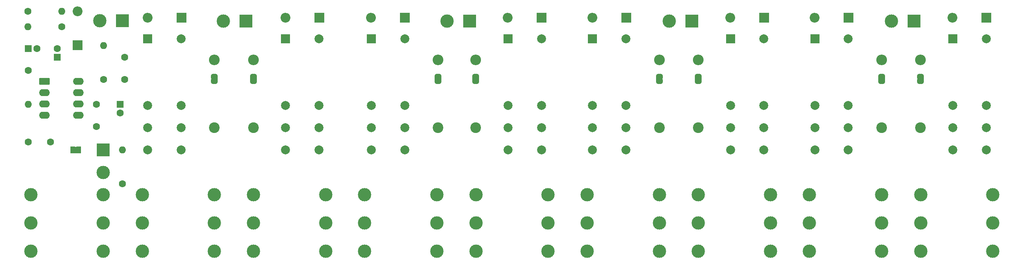
<source format=gts>
%TF.GenerationSoftware,KiCad,Pcbnew,9.0.0+dfsg-1*%
%TF.CreationDate,2025-03-12T13:28:31+01:00*%
%TF.ProjectId,relays-array-8,72656c61-7973-42d6-9172-7261792d382e,1.0*%
%TF.SameCoordinates,Original*%
%TF.FileFunction,Soldermask,Top*%
%TF.FilePolarity,Negative*%
%FSLAX46Y46*%
G04 Gerber Fmt 4.6, Leading zero omitted, Abs format (unit mm)*
G04 Created by KiCad (PCBNEW 9.0.0+dfsg-1) date 2025-03-12 13:28:31*
%MOMM*%
%LPD*%
G01*
G04 APERTURE LIST*
G04 Aperture macros list*
%AMRoundRect*
0 Rectangle with rounded corners*
0 $1 Rounding radius*
0 $2 $3 $4 $5 $6 $7 $8 $9 X,Y pos of 4 corners*
0 Add a 4 corners polygon primitive as box body*
4,1,4,$2,$3,$4,$5,$6,$7,$8,$9,$2,$3,0*
0 Add four circle primitives for the rounded corners*
1,1,$1+$1,$2,$3*
1,1,$1+$1,$4,$5*
1,1,$1+$1,$6,$7*
1,1,$1+$1,$8,$9*
0 Add four rect primitives between the rounded corners*
20,1,$1+$1,$2,$3,$4,$5,0*
20,1,$1+$1,$4,$5,$6,$7,0*
20,1,$1+$1,$6,$7,$8,$9,0*
20,1,$1+$1,$8,$9,$2,$3,0*%
%AMFreePoly0*
4,1,23,0.500000,-0.750000,0.000000,-0.750000,0.000000,-0.745722,-0.065263,-0.745722,-0.191342,-0.711940,-0.304381,-0.646677,-0.396677,-0.554381,-0.461940,-0.441342,-0.495722,-0.315263,-0.495722,-0.250000,-0.500000,-0.250000,-0.500000,0.250000,-0.495722,0.250000,-0.495722,0.315263,-0.461940,0.441342,-0.396677,0.554381,-0.304381,0.646677,-0.191342,0.711940,-0.065263,0.745722,0.000000,0.745722,
0.000000,0.750000,0.500000,0.750000,0.500000,-0.750000,0.500000,-0.750000,$1*%
%AMFreePoly1*
4,1,23,0.000000,0.745722,0.065263,0.745722,0.191342,0.711940,0.304381,0.646677,0.396677,0.554381,0.461940,0.441342,0.495722,0.315263,0.495722,0.250000,0.500000,0.250000,0.500000,-0.250000,0.495722,-0.250000,0.495722,-0.315263,0.461940,-0.441342,0.396677,-0.554381,0.304381,-0.646677,0.191342,-0.711940,0.065263,-0.745722,0.000000,-0.745722,0.000000,-0.750000,-0.500000,-0.750000,
-0.500000,0.750000,0.000000,0.750000,0.000000,0.745722,0.000000,0.745722,$1*%
G04 Aperture macros list end*
%ADD10C,2.000000*%
%ADD11R,2.000000X2.000000*%
%ADD12C,2.400000*%
%ADD13O,2.400000X2.400000*%
%ADD14C,3.000000*%
%ADD15R,2.200000X2.200000*%
%ADD16O,2.200000X2.200000*%
%ADD17C,1.600000*%
%ADD18O,1.600000X1.600000*%
%ADD19R,3.000000X3.000000*%
%ADD20FreePoly0,270.000000*%
%ADD21FreePoly1,270.000000*%
%ADD22R,1.600000X1.600000*%
%ADD23RoundRect,0.250000X-0.950000X-0.550000X0.950000X-0.550000X0.950000X0.550000X-0.950000X0.550000X0*%
%ADD24O,2.400000X1.600000*%
%ADD25R,1.000000X1.500000*%
G04 APERTURE END LIST*
%TO.C,JP9*%
G36*
X239500000Y-83850000D02*
G01*
X238000000Y-83850000D01*
X238000000Y-84150000D01*
X239500000Y-84150000D01*
X239500000Y-83850000D01*
G37*
%TO.C,JP5*%
G36*
X139500000Y-83850000D02*
G01*
X138000000Y-83850000D01*
X138000000Y-84150000D01*
X139500000Y-84150000D01*
X139500000Y-83850000D01*
G37*
%TO.C,JP7*%
G36*
X180750000Y-83850000D02*
G01*
X179250000Y-83850000D01*
X179250000Y-84150000D01*
X180750000Y-84150000D01*
X180750000Y-83850000D01*
G37*
%TO.C,JP6*%
G36*
X189500000Y-83850000D02*
G01*
X188000000Y-83850000D01*
X188000000Y-84150000D01*
X189500000Y-84150000D01*
X189500000Y-83850000D01*
G37*
%TO.C,JP3*%
G36*
X80750000Y-83850000D02*
G01*
X79250000Y-83850000D01*
X79250000Y-84150000D01*
X80750000Y-84150000D01*
X80750000Y-83850000D01*
G37*
%TO.C,JP4*%
G36*
X131020000Y-83850000D02*
G01*
X129520000Y-83850000D01*
X129520000Y-84150000D01*
X131020000Y-84150000D01*
X131020000Y-83850000D01*
G37*
%TO.C,JP8*%
G36*
X230750000Y-83850000D02*
G01*
X229250000Y-83850000D01*
X229250000Y-84150000D01*
X230750000Y-84150000D01*
X230750000Y-83850000D01*
G37*
%TO.C,JPX1*%
G36*
X48950000Y-100750000D02*
G01*
X48650000Y-100750000D01*
X48650000Y-99250000D01*
X48950000Y-99250000D01*
X48950000Y-100750000D01*
G37*
%TO.C,JP2*%
G36*
X89500000Y-83850000D02*
G01*
X88000000Y-83850000D01*
X88000000Y-84150000D01*
X89500000Y-84150000D01*
X89500000Y-83850000D01*
G37*
%TD*%
D10*
%TO.C,K6*%
X196000000Y-95000000D03*
X196000000Y-90000000D03*
X196000000Y-100000000D03*
X203500000Y-95000000D03*
X203500000Y-90000000D03*
X203500000Y-100000000D03*
D11*
X196000000Y-75000000D03*
D10*
X203500000Y-75000000D03*
%TD*%
%TO.C,K3*%
X115270000Y-95000000D03*
X115270000Y-90000000D03*
X115270000Y-100000000D03*
X122770000Y-95000000D03*
X122770000Y-90000000D03*
X122770000Y-100000000D03*
D11*
X115270000Y-75000000D03*
D10*
X122770000Y-75000000D03*
%TD*%
D12*
%TO.C,R3*%
X130270000Y-95000000D03*
D13*
X130270000Y-79760000D03*
%TD*%
D10*
%TO.C,K7*%
X215000000Y-95000000D03*
X215000000Y-90000000D03*
X215000000Y-100000000D03*
X222500000Y-95000000D03*
X222500000Y-90000000D03*
X222500000Y-100000000D03*
D11*
X215000000Y-75000000D03*
D10*
X222500000Y-75000000D03*
%TD*%
D14*
%TO.C,J12*%
X255000000Y-116350000D03*
X238770000Y-116350000D03*
X255000000Y-122700000D03*
X238770000Y-122700000D03*
X255000000Y-110000000D03*
X238770000Y-110000000D03*
%TD*%
D12*
%TO.C,R4*%
X138750000Y-95000000D03*
D13*
X138750000Y-79760000D03*
%TD*%
D15*
%TO.C,D2*%
X103560000Y-70250000D03*
D16*
X95940000Y-70250000D03*
%TD*%
D17*
%TO.C,C2*%
X38100000Y-98200000D03*
X43100000Y-98200000D03*
%TD*%
%TO.C,R13*%
X55100000Y-84100000D03*
D18*
X55100000Y-76480000D03*
%TD*%
D15*
%TO.C,D7*%
X222560000Y-70250000D03*
D16*
X214940000Y-70250000D03*
%TD*%
D15*
%TO.C,D6*%
X203560000Y-70250000D03*
D16*
X195940000Y-70250000D03*
%TD*%
D19*
%TO.C,J9*%
X187290000Y-71000000D03*
D14*
X182210000Y-71000000D03*
%TD*%
D20*
%TO.C,JP9*%
X238750000Y-83350000D03*
D21*
X238750000Y-84650000D03*
%TD*%
D22*
%TO.C,C8*%
X58800000Y-89700000D03*
D17*
X58800000Y-91700000D03*
%TD*%
D15*
%TO.C,D3*%
X122830000Y-70250000D03*
D16*
X115210000Y-70250000D03*
%TD*%
D12*
%TO.C,R7*%
X230000000Y-95000000D03*
D13*
X230000000Y-79760000D03*
%TD*%
D10*
%TO.C,K4*%
X146000000Y-95000000D03*
X146000000Y-90000000D03*
X146000000Y-100000000D03*
X153500000Y-95000000D03*
X153500000Y-90000000D03*
X153500000Y-100000000D03*
D11*
X146000000Y-75000000D03*
D10*
X153500000Y-75000000D03*
%TD*%
D15*
%TO.C,D8*%
X253560000Y-70250000D03*
D16*
X245940000Y-70250000D03*
%TD*%
D14*
%TO.C,J4*%
X130000000Y-116350000D03*
X113770000Y-116350000D03*
X130000000Y-122700000D03*
X113770000Y-122700000D03*
X130000000Y-110000000D03*
X113770000Y-110000000D03*
%TD*%
D12*
%TO.C,R5*%
X180000000Y-95000000D03*
D13*
X180000000Y-79760000D03*
%TD*%
D14*
%TO.C,J2*%
X105000000Y-116350000D03*
X88770000Y-116350000D03*
X105000000Y-122700000D03*
X88770000Y-122700000D03*
X105000000Y-110000000D03*
X88770000Y-110000000D03*
%TD*%
D22*
%TO.C,C10*%
X38100000Y-77200000D03*
D17*
X40100000Y-77200000D03*
%TD*%
D15*
%TO.C,D9*%
X49200000Y-76410000D03*
D16*
X49200000Y-68790000D03*
%TD*%
D15*
%TO.C,D4*%
X153560000Y-70250000D03*
D16*
X145940000Y-70250000D03*
%TD*%
D14*
%TO.C,J14*%
X55000000Y-116350000D03*
X38770000Y-116350000D03*
X55000000Y-122700000D03*
X38770000Y-122700000D03*
X55000000Y-110000000D03*
X38770000Y-110000000D03*
%TD*%
D12*
%TO.C,R2*%
X88750000Y-95000000D03*
D13*
X88750000Y-79760000D03*
%TD*%
D14*
%TO.C,J8*%
X205000000Y-116350000D03*
X188770000Y-116350000D03*
X205000000Y-122700000D03*
X188770000Y-122700000D03*
X205000000Y-110000000D03*
X188770000Y-110000000D03*
%TD*%
D10*
%TO.C,K1*%
X65000000Y-95000000D03*
X65000000Y-90000000D03*
X65000000Y-100000000D03*
X72500000Y-95000000D03*
X72500000Y-90000000D03*
X72500000Y-100000000D03*
D11*
X65000000Y-75000000D03*
D10*
X72500000Y-75000000D03*
%TD*%
D15*
%TO.C,D1*%
X72560000Y-70250000D03*
D16*
X64940000Y-70250000D03*
%TD*%
D17*
%TO.C,R16*%
X38100000Y-82080000D03*
D18*
X38100000Y-89700000D03*
%TD*%
D14*
%TO.C,J1*%
X80000000Y-116350000D03*
X63770000Y-116350000D03*
X80000000Y-122700000D03*
X63770000Y-122700000D03*
X80000000Y-110000000D03*
X63770000Y-110000000D03*
%TD*%
D12*
%TO.C,R8*%
X238750000Y-95000000D03*
D13*
X238750000Y-79760000D03*
%TD*%
D15*
%TO.C,D5*%
X172560000Y-70250000D03*
D16*
X164940000Y-70250000D03*
%TD*%
D20*
%TO.C,JP5*%
X138750000Y-83350000D03*
D21*
X138750000Y-84650000D03*
%TD*%
D10*
%TO.C,K2*%
X96000000Y-95000000D03*
X96000000Y-90000000D03*
X96000000Y-100000000D03*
X103500000Y-95000000D03*
X103500000Y-90000000D03*
X103500000Y-100000000D03*
D11*
X96000000Y-75000000D03*
D10*
X103500000Y-75000000D03*
%TD*%
D17*
%TO.C,R9*%
X59300000Y-107600000D03*
D18*
X59300000Y-99980000D03*
%TD*%
D20*
%TO.C,JP7*%
X180000000Y-83350000D03*
D21*
X180000000Y-84650000D03*
%TD*%
D17*
%TO.C,C1*%
X53500000Y-94700000D03*
X53500000Y-89700000D03*
%TD*%
D12*
%TO.C,R1*%
X80000000Y-95000000D03*
D13*
X80000000Y-79760000D03*
%TD*%
D20*
%TO.C,JP6*%
X188750000Y-83350000D03*
D21*
X188750000Y-84650000D03*
%TD*%
D19*
%TO.C,J6*%
X137330000Y-71000000D03*
D14*
X132250000Y-71000000D03*
%TD*%
D20*
%TO.C,JP3*%
X80000000Y-83350000D03*
D21*
X80000000Y-84650000D03*
%TD*%
D17*
%TO.C,R15*%
X38080000Y-68800000D03*
D18*
X45700000Y-68800000D03*
%TD*%
D19*
%TO.C,J3*%
X87040000Y-71000000D03*
D14*
X81960000Y-71000000D03*
%TD*%
D12*
%TO.C,R6*%
X188750000Y-95000000D03*
D13*
X188750000Y-79760000D03*
%TD*%
D23*
%TO.C,U1*%
X41790000Y-84590000D03*
D24*
X41790000Y-87130000D03*
X41790000Y-89670000D03*
X41790000Y-92210000D03*
X49410000Y-92210000D03*
X49410000Y-89670000D03*
X49410000Y-87130000D03*
X49410000Y-84590000D03*
%TD*%
D14*
%TO.C,J7*%
X180000000Y-116350000D03*
X163770000Y-116350000D03*
X180000000Y-122700000D03*
X163770000Y-122700000D03*
X180000000Y-110000000D03*
X163770000Y-110000000D03*
%TD*%
%TO.C,J11*%
X230000000Y-116350000D03*
X213770000Y-116350000D03*
X230000000Y-122700000D03*
X213770000Y-122700000D03*
X230000000Y-110000000D03*
X213770000Y-110000000D03*
%TD*%
D19*
%TO.C,J13*%
X237290000Y-71000000D03*
D14*
X232210000Y-71000000D03*
%TD*%
%TO.C,J5*%
X155000000Y-116350000D03*
X138770000Y-116350000D03*
X155000000Y-122700000D03*
X138770000Y-122700000D03*
X155000000Y-110000000D03*
X138770000Y-110000000D03*
%TD*%
D20*
%TO.C,JP4*%
X130270000Y-83350000D03*
D21*
X130270000Y-84650000D03*
%TD*%
D19*
%TO.C,J15*%
X55000000Y-100000000D03*
D14*
X55000000Y-105080000D03*
%TD*%
D17*
%TO.C,R14*%
X45700000Y-72300000D03*
D18*
X38080000Y-72300000D03*
%TD*%
D10*
%TO.C,K5*%
X165000000Y-95000000D03*
X165000000Y-90000000D03*
X165000000Y-100000000D03*
X172500000Y-95000000D03*
X172500000Y-90000000D03*
X172500000Y-100000000D03*
D11*
X165000000Y-75000000D03*
D10*
X172500000Y-75000000D03*
%TD*%
D22*
%TO.C,C7*%
X44700000Y-79155113D03*
D17*
X44700000Y-77155113D03*
%TD*%
D10*
%TO.C,K8*%
X246000000Y-95000000D03*
X246000000Y-90000000D03*
X246000000Y-100000000D03*
X253500000Y-95000000D03*
X253500000Y-90000000D03*
X253500000Y-100000000D03*
D11*
X246000000Y-75000000D03*
D10*
X253500000Y-75000000D03*
%TD*%
D17*
%TO.C,C3*%
X59800000Y-84100000D03*
X59800000Y-79100000D03*
%TD*%
D20*
%TO.C,JP8*%
X230000000Y-83350000D03*
D21*
X230000000Y-84650000D03*
%TD*%
D25*
%TO.C,JPX1*%
X49450000Y-100000000D03*
X48150000Y-100000000D03*
%TD*%
D19*
%TO.C,J10*%
X59280000Y-70900000D03*
D14*
X54200000Y-70900000D03*
%TD*%
D20*
%TO.C,JP2*%
X88750000Y-83350000D03*
D21*
X88750000Y-84650000D03*
%TD*%
M02*

</source>
